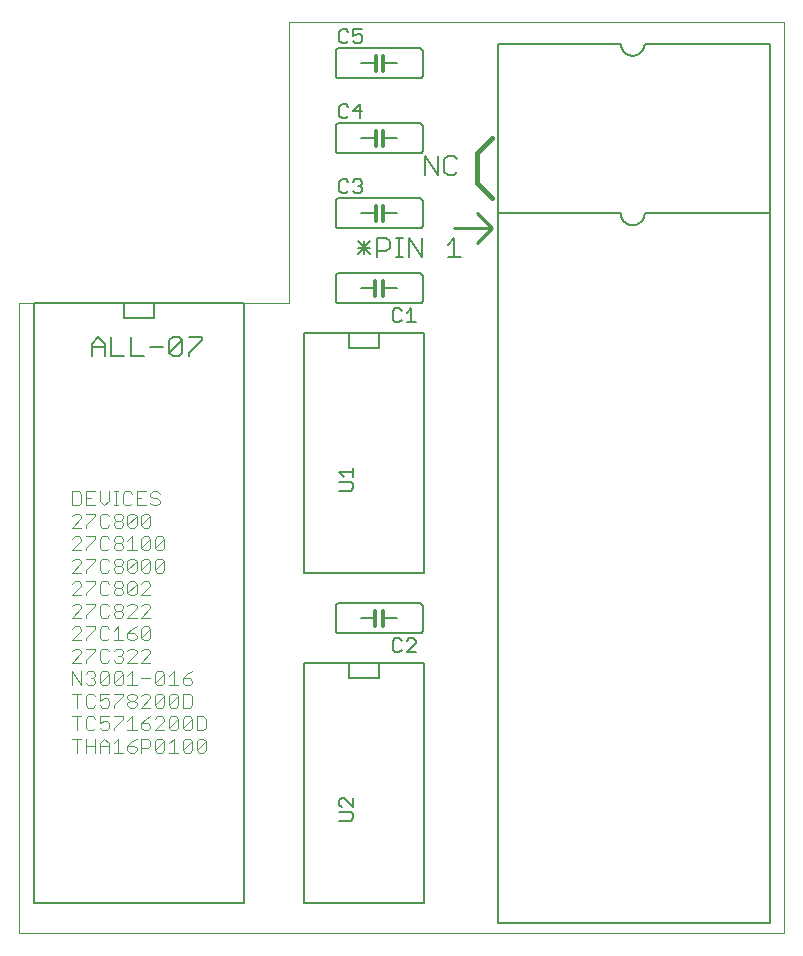
<source format=gto>
G75*
%MOIN*%
%OFA0B0*%
%FSLAX24Y24*%
%IPPOS*%
%LPD*%
%AMOC8*
5,1,8,0,0,1.08239X$1,22.5*
%
%ADD10C,0.0000*%
%ADD11C,0.0040*%
%ADD12C,0.0100*%
%ADD13C,0.0060*%
%ADD14C,0.0160*%
%ADD15C,0.0050*%
%ADD16C,0.0120*%
D10*
X000180Y000180D02*
X000180Y021180D01*
X009180Y021180D01*
X009180Y030550D01*
X025672Y030550D01*
X025672Y000180D01*
X000180Y000180D01*
D11*
X002103Y006200D02*
X002103Y006660D01*
X001950Y006660D02*
X002257Y006660D01*
X002410Y006660D02*
X002410Y006200D01*
X002410Y006430D02*
X002717Y006430D01*
X002871Y006430D02*
X003178Y006430D01*
X003178Y006507D02*
X003178Y006200D01*
X003331Y006200D02*
X003638Y006200D01*
X003485Y006200D02*
X003485Y006660D01*
X003331Y006507D01*
X003178Y006507D02*
X003024Y006660D01*
X002871Y006507D01*
X002871Y006200D01*
X002717Y006200D02*
X002717Y006660D01*
X002641Y006950D02*
X002487Y006950D01*
X002410Y007027D01*
X002410Y007334D01*
X002487Y007410D01*
X002641Y007410D01*
X002717Y007334D01*
X002871Y007410D02*
X002871Y007180D01*
X003024Y007257D01*
X003101Y007257D01*
X003178Y007180D01*
X003178Y007027D01*
X003101Y006950D01*
X002948Y006950D01*
X002871Y007027D01*
X002717Y007027D02*
X002641Y006950D01*
X002871Y007410D02*
X003178Y007410D01*
X003331Y007410D02*
X003638Y007410D01*
X003638Y007334D01*
X003331Y007027D01*
X003331Y006950D01*
X003792Y006950D02*
X004098Y006950D01*
X003945Y006950D02*
X003945Y007410D01*
X003792Y007257D01*
X003868Y007700D02*
X003792Y007777D01*
X003792Y007853D01*
X003868Y007930D01*
X004022Y007930D01*
X004098Y007853D01*
X004098Y007777D01*
X004022Y007700D01*
X003868Y007700D01*
X003868Y007930D02*
X003792Y008007D01*
X003792Y008084D01*
X003868Y008160D01*
X004022Y008160D01*
X004098Y008084D01*
X004098Y008007D01*
X004022Y007930D01*
X004252Y008084D02*
X004329Y008160D01*
X004482Y008160D01*
X004559Y008084D01*
X004559Y008007D01*
X004252Y007700D01*
X004559Y007700D01*
X004712Y007777D02*
X005019Y008084D01*
X005019Y007777D01*
X004943Y007700D01*
X004789Y007700D01*
X004712Y007777D01*
X004712Y008084D01*
X004789Y008160D01*
X004943Y008160D01*
X005019Y008084D01*
X005173Y008084D02*
X005173Y007777D01*
X005480Y008084D01*
X005480Y007777D01*
X005403Y007700D01*
X005249Y007700D01*
X005173Y007777D01*
X005173Y008084D02*
X005249Y008160D01*
X005403Y008160D01*
X005480Y008084D01*
X005633Y008160D02*
X005863Y008160D01*
X005940Y008084D01*
X005940Y007777D01*
X005863Y007700D01*
X005633Y007700D01*
X005633Y008160D01*
X005710Y008450D02*
X005633Y008527D01*
X005633Y008680D01*
X005863Y008680D01*
X005940Y008603D01*
X005940Y008527D01*
X005863Y008450D01*
X005710Y008450D01*
X005480Y008450D02*
X005173Y008450D01*
X005326Y008450D02*
X005326Y008910D01*
X005173Y008757D01*
X005019Y008834D02*
X005019Y008527D01*
X004943Y008450D01*
X004789Y008450D01*
X004712Y008527D01*
X005019Y008834D01*
X004943Y008910D01*
X004789Y008910D01*
X004712Y008834D01*
X004712Y008527D01*
X004559Y008680D02*
X004252Y008680D01*
X004098Y008450D02*
X003792Y008450D01*
X003945Y008450D02*
X003945Y008910D01*
X003792Y008757D01*
X003638Y008834D02*
X003331Y008527D01*
X003408Y008450D01*
X003561Y008450D01*
X003638Y008527D01*
X003638Y008834D01*
X003561Y008910D01*
X003408Y008910D01*
X003331Y008834D01*
X003331Y008527D01*
X003178Y008527D02*
X003101Y008450D01*
X002948Y008450D01*
X002871Y008527D01*
X003178Y008834D01*
X003178Y008527D01*
X003178Y008834D02*
X003101Y008910D01*
X002948Y008910D01*
X002871Y008834D01*
X002871Y008527D01*
X002717Y008527D02*
X002641Y008450D01*
X002487Y008450D01*
X002410Y008527D01*
X002257Y008450D02*
X002257Y008910D01*
X002410Y008834D02*
X002487Y008910D01*
X002641Y008910D01*
X002717Y008834D01*
X002717Y008757D01*
X002641Y008680D01*
X002717Y008603D01*
X002717Y008527D01*
X002641Y008680D02*
X002564Y008680D01*
X002257Y008450D02*
X001950Y008910D01*
X001950Y008450D01*
X001950Y008160D02*
X002257Y008160D01*
X002103Y008160D02*
X002103Y007700D01*
X002103Y007410D02*
X002103Y006950D01*
X001950Y007410D02*
X002257Y007410D01*
X002487Y007700D02*
X002410Y007777D01*
X002410Y008084D01*
X002487Y008160D01*
X002641Y008160D01*
X002717Y008084D01*
X002871Y008160D02*
X002871Y007930D01*
X003024Y008007D01*
X003101Y008007D01*
X003178Y007930D01*
X003178Y007777D01*
X003101Y007700D01*
X002948Y007700D01*
X002871Y007777D01*
X002717Y007777D02*
X002641Y007700D01*
X002487Y007700D01*
X002871Y008160D02*
X003178Y008160D01*
X003331Y008160D02*
X003638Y008160D01*
X003638Y008084D01*
X003331Y007777D01*
X003331Y007700D01*
X003945Y006584D02*
X003792Y006430D01*
X004022Y006430D01*
X004098Y006353D01*
X004098Y006277D01*
X004022Y006200D01*
X003868Y006200D01*
X003792Y006277D01*
X003792Y006430D01*
X003945Y006584D02*
X004098Y006660D01*
X004252Y006660D02*
X004252Y006200D01*
X004252Y006353D02*
X004482Y006353D01*
X004559Y006430D01*
X004559Y006584D01*
X004482Y006660D01*
X004252Y006660D01*
X004329Y006950D02*
X004482Y006950D01*
X004559Y007027D01*
X004559Y007103D01*
X004482Y007180D01*
X004252Y007180D01*
X004252Y007027D01*
X004329Y006950D01*
X004252Y007180D02*
X004405Y007334D01*
X004559Y007410D01*
X004712Y007334D02*
X004789Y007410D01*
X004943Y007410D01*
X005019Y007334D01*
X005019Y007257D01*
X004712Y006950D01*
X005019Y006950D01*
X005173Y007027D02*
X005173Y007334D01*
X005249Y007410D01*
X005403Y007410D01*
X005480Y007334D01*
X005173Y007027D01*
X005249Y006950D01*
X005403Y006950D01*
X005480Y007027D01*
X005480Y007334D01*
X005633Y007334D02*
X005710Y007410D01*
X005863Y007410D01*
X005940Y007334D01*
X005633Y007027D01*
X005710Y006950D01*
X005863Y006950D01*
X005940Y007027D01*
X005940Y007334D01*
X006094Y007410D02*
X006094Y006950D01*
X006324Y006950D01*
X006400Y007027D01*
X006400Y007334D01*
X006324Y007410D01*
X006094Y007410D01*
X005633Y007334D02*
X005633Y007027D01*
X005710Y006660D02*
X005633Y006584D01*
X005633Y006277D01*
X005940Y006584D01*
X005940Y006277D01*
X005863Y006200D01*
X005710Y006200D01*
X005633Y006277D01*
X005480Y006200D02*
X005173Y006200D01*
X005326Y006200D02*
X005326Y006660D01*
X005173Y006507D01*
X005019Y006584D02*
X005019Y006277D01*
X004943Y006200D01*
X004789Y006200D01*
X004712Y006277D01*
X005019Y006584D01*
X004943Y006660D01*
X004789Y006660D01*
X004712Y006584D01*
X004712Y006277D01*
X005710Y006660D02*
X005863Y006660D01*
X005940Y006584D01*
X006094Y006584D02*
X006094Y006277D01*
X006400Y006584D01*
X006400Y006277D01*
X006324Y006200D01*
X006170Y006200D01*
X006094Y006277D01*
X006094Y006584D02*
X006170Y006660D01*
X006324Y006660D01*
X006400Y006584D01*
X005633Y008680D02*
X005787Y008834D01*
X005940Y008910D01*
X004559Y009200D02*
X004252Y009200D01*
X004559Y009507D01*
X004559Y009584D01*
X004482Y009660D01*
X004329Y009660D01*
X004252Y009584D01*
X004098Y009584D02*
X004098Y009507D01*
X003792Y009200D01*
X004098Y009200D01*
X003638Y009277D02*
X003561Y009200D01*
X003408Y009200D01*
X003331Y009277D01*
X003178Y009277D02*
X003101Y009200D01*
X002948Y009200D01*
X002871Y009277D01*
X002871Y009584D01*
X002948Y009660D01*
X003101Y009660D01*
X003178Y009584D01*
X003331Y009584D02*
X003408Y009660D01*
X003561Y009660D01*
X003638Y009584D01*
X003638Y009507D01*
X003561Y009430D01*
X003638Y009353D01*
X003638Y009277D01*
X003561Y009430D02*
X003485Y009430D01*
X003792Y009584D02*
X003868Y009660D01*
X004022Y009660D01*
X004098Y009584D01*
X004022Y009950D02*
X003868Y009950D01*
X003792Y010027D01*
X003792Y010180D01*
X004022Y010180D01*
X004098Y010103D01*
X004098Y010027D01*
X004022Y009950D01*
X004252Y010027D02*
X004252Y010334D01*
X004329Y010410D01*
X004482Y010410D01*
X004559Y010334D01*
X004252Y010027D01*
X004329Y009950D01*
X004482Y009950D01*
X004559Y010027D01*
X004559Y010334D01*
X004559Y010700D02*
X004252Y010700D01*
X004559Y011007D01*
X004559Y011084D01*
X004482Y011160D01*
X004329Y011160D01*
X004252Y011084D01*
X004098Y011084D02*
X004022Y011160D01*
X003868Y011160D01*
X003792Y011084D01*
X003638Y011084D02*
X003638Y011007D01*
X003561Y010930D01*
X003408Y010930D01*
X003331Y011007D01*
X003331Y011084D01*
X003408Y011160D01*
X003561Y011160D01*
X003638Y011084D01*
X003561Y010930D02*
X003638Y010853D01*
X003638Y010777D01*
X003561Y010700D01*
X003408Y010700D01*
X003331Y010777D01*
X003331Y010853D01*
X003408Y010930D01*
X003178Y010777D02*
X003101Y010700D01*
X002948Y010700D01*
X002871Y010777D01*
X002871Y011084D01*
X002948Y011160D01*
X003101Y011160D01*
X003178Y011084D01*
X003101Y011450D02*
X003178Y011527D01*
X003101Y011450D02*
X002948Y011450D01*
X002871Y011527D01*
X002871Y011834D01*
X002948Y011910D01*
X003101Y011910D01*
X003178Y011834D01*
X003331Y011834D02*
X003331Y011757D01*
X003408Y011680D01*
X003561Y011680D01*
X003638Y011603D01*
X003638Y011527D01*
X003561Y011450D01*
X003408Y011450D01*
X003331Y011527D01*
X003331Y011603D01*
X003408Y011680D01*
X003561Y011680D02*
X003638Y011757D01*
X003638Y011834D01*
X003561Y011910D01*
X003408Y011910D01*
X003331Y011834D01*
X003408Y012200D02*
X003331Y012277D01*
X003331Y012353D01*
X003408Y012430D01*
X003561Y012430D01*
X003638Y012353D01*
X003638Y012277D01*
X003561Y012200D01*
X003408Y012200D01*
X003408Y012430D02*
X003331Y012507D01*
X003331Y012584D01*
X003408Y012660D01*
X003561Y012660D01*
X003638Y012584D01*
X003638Y012507D01*
X003561Y012430D01*
X003792Y012277D02*
X004098Y012584D01*
X004098Y012277D01*
X004022Y012200D01*
X003868Y012200D01*
X003792Y012277D01*
X003792Y012584D01*
X003868Y012660D01*
X004022Y012660D01*
X004098Y012584D01*
X004252Y012584D02*
X004252Y012277D01*
X004559Y012584D01*
X004559Y012277D01*
X004482Y012200D01*
X004329Y012200D01*
X004252Y012277D01*
X004252Y012584D02*
X004329Y012660D01*
X004482Y012660D01*
X004559Y012584D01*
X004712Y012584D02*
X004712Y012277D01*
X005019Y012584D01*
X005019Y012277D01*
X004943Y012200D01*
X004789Y012200D01*
X004712Y012277D01*
X004712Y012584D02*
X004789Y012660D01*
X004943Y012660D01*
X005019Y012584D01*
X004943Y012950D02*
X004789Y012950D01*
X004712Y013027D01*
X005019Y013334D01*
X005019Y013027D01*
X004943Y012950D01*
X004712Y013027D02*
X004712Y013334D01*
X004789Y013410D01*
X004943Y013410D01*
X005019Y013334D01*
X004559Y013334D02*
X004559Y013027D01*
X004482Y012950D01*
X004329Y012950D01*
X004252Y013027D01*
X004559Y013334D01*
X004482Y013410D01*
X004329Y013410D01*
X004252Y013334D01*
X004252Y013027D01*
X004098Y012950D02*
X003792Y012950D01*
X003945Y012950D02*
X003945Y013410D01*
X003792Y013257D01*
X003638Y013257D02*
X003561Y013180D01*
X003408Y013180D01*
X003331Y013257D01*
X003331Y013334D01*
X003408Y013410D01*
X003561Y013410D01*
X003638Y013334D01*
X003638Y013257D01*
X003561Y013180D02*
X003638Y013103D01*
X003638Y013027D01*
X003561Y012950D01*
X003408Y012950D01*
X003331Y013027D01*
X003331Y013103D01*
X003408Y013180D01*
X003178Y013027D02*
X003101Y012950D01*
X002948Y012950D01*
X002871Y013027D01*
X002871Y013334D01*
X002948Y013410D01*
X003101Y013410D01*
X003178Y013334D01*
X003101Y013700D02*
X003178Y013777D01*
X003101Y013700D02*
X002948Y013700D01*
X002871Y013777D01*
X002871Y014084D01*
X002948Y014160D01*
X003101Y014160D01*
X003178Y014084D01*
X003331Y014084D02*
X003331Y014007D01*
X003408Y013930D01*
X003561Y013930D01*
X003638Y013853D01*
X003638Y013777D01*
X003561Y013700D01*
X003408Y013700D01*
X003331Y013777D01*
X003331Y013853D01*
X003408Y013930D01*
X003561Y013930D02*
X003638Y014007D01*
X003638Y014084D01*
X003561Y014160D01*
X003408Y014160D01*
X003331Y014084D01*
X003331Y014450D02*
X003485Y014450D01*
X003408Y014450D02*
X003408Y014910D01*
X003331Y014910D02*
X003485Y014910D01*
X003638Y014834D02*
X003638Y014527D01*
X003715Y014450D01*
X003868Y014450D01*
X003945Y014527D01*
X004098Y014450D02*
X004405Y014450D01*
X004559Y014527D02*
X004636Y014450D01*
X004789Y014450D01*
X004866Y014527D01*
X004866Y014603D01*
X004789Y014680D01*
X004636Y014680D01*
X004559Y014757D01*
X004559Y014834D01*
X004636Y014910D01*
X004789Y014910D01*
X004866Y014834D01*
X004405Y014910D02*
X004098Y014910D01*
X004098Y014450D01*
X004098Y014680D02*
X004252Y014680D01*
X003945Y014834D02*
X003868Y014910D01*
X003715Y014910D01*
X003638Y014834D01*
X003178Y014910D02*
X003178Y014603D01*
X003024Y014450D01*
X002871Y014603D01*
X002871Y014910D01*
X002717Y014910D02*
X002410Y014910D01*
X002410Y014450D01*
X002717Y014450D01*
X002564Y014680D02*
X002410Y014680D01*
X002257Y014527D02*
X002180Y014450D01*
X001950Y014450D01*
X001950Y014910D01*
X002180Y014910D01*
X002257Y014834D01*
X002257Y014527D01*
X002180Y014160D02*
X002027Y014160D01*
X001950Y014084D01*
X002180Y014160D02*
X002257Y014084D01*
X002257Y014007D01*
X001950Y013700D01*
X002257Y013700D01*
X002410Y013700D02*
X002410Y013777D01*
X002717Y014084D01*
X002717Y014160D01*
X002410Y014160D01*
X002410Y013410D02*
X002717Y013410D01*
X002717Y013334D01*
X002410Y013027D01*
X002410Y012950D01*
X002257Y012950D02*
X001950Y012950D01*
X002257Y013257D01*
X002257Y013334D01*
X002180Y013410D01*
X002027Y013410D01*
X001950Y013334D01*
X002027Y012660D02*
X001950Y012584D01*
X002027Y012660D02*
X002180Y012660D01*
X002257Y012584D01*
X002257Y012507D01*
X001950Y012200D01*
X002257Y012200D01*
X002410Y012200D02*
X002410Y012277D01*
X002717Y012584D01*
X002717Y012660D01*
X002410Y012660D01*
X002871Y012584D02*
X002871Y012277D01*
X002948Y012200D01*
X003101Y012200D01*
X003178Y012277D01*
X003178Y012584D02*
X003101Y012660D01*
X002948Y012660D01*
X002871Y012584D01*
X002717Y011910D02*
X002410Y011910D01*
X002257Y011834D02*
X002180Y011910D01*
X002027Y011910D01*
X001950Y011834D01*
X002257Y011834D02*
X002257Y011757D01*
X001950Y011450D01*
X002257Y011450D01*
X002410Y011450D02*
X002410Y011527D01*
X002717Y011834D01*
X002717Y011910D01*
X002717Y011160D02*
X002410Y011160D01*
X002257Y011084D02*
X002180Y011160D01*
X002027Y011160D01*
X001950Y011084D01*
X002257Y011084D02*
X002257Y011007D01*
X001950Y010700D01*
X002257Y010700D01*
X002410Y010700D02*
X002410Y010777D01*
X002717Y011084D01*
X002717Y011160D01*
X002717Y010410D02*
X002410Y010410D01*
X002257Y010334D02*
X002180Y010410D01*
X002027Y010410D01*
X001950Y010334D01*
X002257Y010334D02*
X002257Y010257D01*
X001950Y009950D01*
X002257Y009950D01*
X002410Y009950D02*
X002410Y010027D01*
X002717Y010334D01*
X002717Y010410D01*
X002871Y010334D02*
X002871Y010027D01*
X002948Y009950D01*
X003101Y009950D01*
X003178Y010027D01*
X003331Y009950D02*
X003638Y009950D01*
X003485Y009950D02*
X003485Y010410D01*
X003331Y010257D01*
X003178Y010334D02*
X003101Y010410D01*
X002948Y010410D01*
X002871Y010334D01*
X002717Y009660D02*
X002410Y009660D01*
X002257Y009584D02*
X002257Y009507D01*
X001950Y009200D01*
X002257Y009200D01*
X002410Y009200D02*
X002410Y009277D01*
X002717Y009584D01*
X002717Y009660D01*
X002257Y009584D02*
X002180Y009660D01*
X002027Y009660D01*
X001950Y009584D01*
X003792Y010180D02*
X003945Y010334D01*
X004098Y010410D01*
X004098Y010700D02*
X003792Y010700D01*
X004098Y011007D01*
X004098Y011084D01*
X004022Y011450D02*
X003868Y011450D01*
X003792Y011527D01*
X004098Y011834D01*
X004098Y011527D01*
X004022Y011450D01*
X004252Y011450D02*
X004559Y011757D01*
X004559Y011834D01*
X004482Y011910D01*
X004329Y011910D01*
X004252Y011834D01*
X004098Y011834D02*
X004022Y011910D01*
X003868Y011910D01*
X003792Y011834D01*
X003792Y011527D01*
X004252Y011450D02*
X004559Y011450D01*
X004482Y013700D02*
X004329Y013700D01*
X004252Y013777D01*
X004559Y014084D01*
X004559Y013777D01*
X004482Y013700D01*
X004252Y013777D02*
X004252Y014084D01*
X004329Y014160D01*
X004482Y014160D01*
X004559Y014084D01*
X004098Y014084D02*
X004098Y013777D01*
X004022Y013700D01*
X003868Y013700D01*
X003792Y013777D01*
X004098Y014084D01*
X004022Y014160D01*
X003868Y014160D01*
X003792Y014084D01*
X003792Y013777D01*
D12*
X014680Y023680D02*
X015930Y023680D01*
X015430Y023180D01*
X015930Y023680D02*
X015430Y024180D01*
D13*
X016152Y024180D02*
X020230Y024180D01*
X020232Y024141D01*
X020238Y024102D01*
X020247Y024064D01*
X020260Y024027D01*
X020277Y023991D01*
X020297Y023958D01*
X020321Y023926D01*
X020347Y023897D01*
X020376Y023871D01*
X020408Y023847D01*
X020441Y023827D01*
X020477Y023810D01*
X020514Y023797D01*
X020552Y023788D01*
X020591Y023782D01*
X020630Y023780D01*
X020669Y023782D01*
X020708Y023788D01*
X020746Y023797D01*
X020783Y023810D01*
X020819Y023827D01*
X020852Y023847D01*
X020884Y023871D01*
X020913Y023897D01*
X020939Y023926D01*
X020963Y023958D01*
X020983Y023991D01*
X021000Y024027D01*
X021013Y024064D01*
X021022Y024102D01*
X021028Y024141D01*
X021030Y024180D01*
X025208Y024180D01*
X025208Y029830D01*
X021030Y029830D01*
X021028Y029791D01*
X021022Y029752D01*
X021013Y029714D01*
X021000Y029677D01*
X020983Y029641D01*
X020963Y029608D01*
X020939Y029576D01*
X020913Y029547D01*
X020884Y029521D01*
X020852Y029497D01*
X020819Y029477D01*
X020783Y029460D01*
X020746Y029447D01*
X020708Y029438D01*
X020669Y029432D01*
X020630Y029430D01*
X020591Y029432D01*
X020552Y029438D01*
X020514Y029447D01*
X020477Y029460D01*
X020441Y029477D01*
X020408Y029497D01*
X020376Y029521D01*
X020347Y029547D01*
X020321Y029576D01*
X020297Y029608D01*
X020277Y029641D01*
X020260Y029677D01*
X020247Y029714D01*
X020238Y029752D01*
X020232Y029791D01*
X020230Y029830D01*
X016152Y029830D01*
X016152Y024180D01*
X016152Y000530D01*
X025208Y000530D01*
X025208Y024180D01*
X014895Y022710D02*
X014468Y022710D01*
X014681Y022710D02*
X014681Y023351D01*
X014468Y023137D01*
X013606Y023351D02*
X013606Y022710D01*
X013179Y023351D01*
X013179Y022710D01*
X012963Y022710D02*
X012749Y022710D01*
X012856Y022710D02*
X012856Y023351D01*
X012749Y023351D02*
X012963Y023351D01*
X012532Y023244D02*
X012532Y023030D01*
X012425Y022924D01*
X012105Y022924D01*
X012105Y022710D02*
X012105Y023351D01*
X012425Y023351D01*
X012532Y023244D01*
X011887Y023244D02*
X011460Y022817D01*
X011460Y023030D02*
X011887Y023030D01*
X011887Y022817D02*
X011460Y023244D01*
X011674Y023244D02*
X011674Y022817D01*
X011580Y021680D02*
X012050Y021680D01*
X012300Y021680D02*
X012780Y021680D01*
X013530Y021180D02*
X013547Y021182D01*
X013564Y021186D01*
X013580Y021193D01*
X013594Y021203D01*
X013607Y021216D01*
X013617Y021230D01*
X013624Y021246D01*
X013628Y021263D01*
X013630Y021280D01*
X013630Y022080D01*
X013628Y022097D01*
X013624Y022114D01*
X013617Y022130D01*
X013607Y022144D01*
X013594Y022157D01*
X013580Y022167D01*
X013564Y022174D01*
X013547Y022178D01*
X013530Y022180D01*
X010830Y022180D01*
X010813Y022178D01*
X010796Y022174D01*
X010780Y022167D01*
X010766Y022157D01*
X010753Y022144D01*
X010743Y022130D01*
X010736Y022114D01*
X010732Y022097D01*
X010730Y022080D01*
X010730Y021280D01*
X010732Y021263D01*
X010736Y021246D01*
X010743Y021230D01*
X010753Y021216D01*
X010766Y021203D01*
X010780Y021193D01*
X010796Y021186D01*
X010813Y021182D01*
X010830Y021180D01*
X013530Y021180D01*
X013530Y023680D02*
X010830Y023680D01*
X010813Y023682D01*
X010796Y023686D01*
X010780Y023693D01*
X010766Y023703D01*
X010753Y023716D01*
X010743Y023730D01*
X010736Y023746D01*
X010732Y023763D01*
X010730Y023780D01*
X010730Y024580D01*
X010732Y024597D01*
X010736Y024614D01*
X010743Y024630D01*
X010753Y024644D01*
X010766Y024657D01*
X010780Y024667D01*
X010796Y024674D01*
X010813Y024678D01*
X010830Y024680D01*
X013530Y024680D01*
X013547Y024678D01*
X013564Y024674D01*
X013580Y024667D01*
X013594Y024657D01*
X013607Y024644D01*
X013617Y024630D01*
X013624Y024614D01*
X013628Y024597D01*
X013630Y024580D01*
X013630Y023780D01*
X013628Y023763D01*
X013624Y023746D01*
X013617Y023730D01*
X013607Y023716D01*
X013594Y023703D01*
X013580Y023693D01*
X013564Y023686D01*
X013547Y023682D01*
X013530Y023680D01*
X012780Y024180D02*
X012310Y024180D01*
X012060Y024180D02*
X011580Y024180D01*
X010830Y026180D02*
X013530Y026180D01*
X013547Y026182D01*
X013564Y026186D01*
X013580Y026193D01*
X013594Y026203D01*
X013607Y026216D01*
X013617Y026230D01*
X013624Y026246D01*
X013628Y026263D01*
X013630Y026280D01*
X013630Y027080D01*
X013628Y027097D01*
X013624Y027114D01*
X013617Y027130D01*
X013607Y027144D01*
X013594Y027157D01*
X013580Y027167D01*
X013564Y027174D01*
X013547Y027178D01*
X013530Y027180D01*
X010830Y027180D01*
X010813Y027178D01*
X010796Y027174D01*
X010780Y027167D01*
X010766Y027157D01*
X010753Y027144D01*
X010743Y027130D01*
X010736Y027114D01*
X010732Y027097D01*
X010730Y027080D01*
X010730Y026280D01*
X010732Y026263D01*
X010736Y026246D01*
X010743Y026230D01*
X010753Y026216D01*
X010766Y026203D01*
X010780Y026193D01*
X010796Y026186D01*
X010813Y026182D01*
X010830Y026180D01*
X011580Y026680D02*
X012060Y026680D01*
X012310Y026680D02*
X012780Y026680D01*
X013710Y026101D02*
X013710Y025460D01*
X014137Y025460D02*
X014137Y026101D01*
X014355Y025994D02*
X014355Y025567D01*
X014461Y025460D01*
X014675Y025460D01*
X014782Y025567D01*
X014782Y025994D02*
X014675Y026101D01*
X014461Y026101D01*
X014355Y025994D01*
X014137Y025460D02*
X013710Y026101D01*
X013530Y028680D02*
X010830Y028680D01*
X010813Y028682D01*
X010796Y028686D01*
X010780Y028693D01*
X010766Y028703D01*
X010753Y028716D01*
X010743Y028730D01*
X010736Y028746D01*
X010732Y028763D01*
X010730Y028780D01*
X010730Y029580D01*
X010732Y029597D01*
X010736Y029614D01*
X010743Y029630D01*
X010753Y029644D01*
X010766Y029657D01*
X010780Y029667D01*
X010796Y029674D01*
X010813Y029678D01*
X010830Y029680D01*
X013530Y029680D01*
X013547Y029678D01*
X013564Y029674D01*
X013580Y029667D01*
X013594Y029657D01*
X013607Y029644D01*
X013617Y029630D01*
X013624Y029614D01*
X013628Y029597D01*
X013630Y029580D01*
X013630Y028780D01*
X013628Y028763D01*
X013624Y028746D01*
X013617Y028730D01*
X013607Y028716D01*
X013594Y028703D01*
X013580Y028693D01*
X013564Y028686D01*
X013547Y028682D01*
X013530Y028680D01*
X012780Y029180D02*
X012310Y029180D01*
X012060Y029180D02*
X011580Y029180D01*
X006260Y020051D02*
X005833Y020051D01*
X005615Y019944D02*
X005615Y019517D01*
X005508Y019410D01*
X005295Y019410D01*
X005188Y019517D01*
X005615Y019944D01*
X005508Y020051D01*
X005295Y020051D01*
X005188Y019944D01*
X005188Y019517D01*
X004971Y019730D02*
X004544Y019730D01*
X004326Y019410D02*
X003899Y019410D01*
X003899Y020051D01*
X003682Y019410D02*
X003255Y019410D01*
X003255Y020051D01*
X003037Y019837D02*
X003037Y019410D01*
X003037Y019730D02*
X002610Y019730D01*
X002610Y019837D02*
X002610Y019410D01*
X002610Y019837D02*
X002824Y020051D01*
X003037Y019837D01*
X005833Y019517D02*
X005833Y019410D01*
X005833Y019517D02*
X006260Y019944D01*
X006260Y020051D01*
X010830Y011180D02*
X013530Y011180D01*
X013547Y011178D01*
X013564Y011174D01*
X013580Y011167D01*
X013594Y011157D01*
X013607Y011144D01*
X013617Y011130D01*
X013624Y011114D01*
X013628Y011097D01*
X013630Y011080D01*
X013630Y010280D01*
X013628Y010263D01*
X013624Y010246D01*
X013617Y010230D01*
X013607Y010216D01*
X013594Y010203D01*
X013580Y010193D01*
X013564Y010186D01*
X013547Y010182D01*
X013530Y010180D01*
X010830Y010180D01*
X010813Y010182D01*
X010796Y010186D01*
X010780Y010193D01*
X010766Y010203D01*
X010753Y010216D01*
X010743Y010230D01*
X010736Y010246D01*
X010732Y010263D01*
X010730Y010280D01*
X010730Y011080D01*
X010732Y011097D01*
X010736Y011114D01*
X010743Y011130D01*
X010753Y011144D01*
X010766Y011157D01*
X010780Y011167D01*
X010796Y011174D01*
X010813Y011178D01*
X010830Y011180D01*
X011580Y010680D02*
X012050Y010680D01*
X012300Y010680D02*
X012780Y010680D01*
D14*
X015930Y024680D02*
X015430Y025180D01*
X015430Y026180D01*
X015930Y026680D01*
D15*
X011616Y027580D02*
X011315Y027580D01*
X011541Y027805D01*
X011541Y027355D01*
X011155Y027430D02*
X011080Y027355D01*
X010930Y027355D01*
X010855Y027430D01*
X010855Y027730D01*
X010930Y027805D01*
X011080Y027805D01*
X011155Y027730D01*
X011080Y029855D02*
X011155Y029930D01*
X011080Y029855D02*
X010930Y029855D01*
X010855Y029930D01*
X010855Y030230D01*
X010930Y030305D01*
X011080Y030305D01*
X011155Y030230D01*
X011315Y030305D02*
X011315Y030080D01*
X011466Y030155D01*
X011541Y030155D01*
X011616Y030080D01*
X011616Y029930D01*
X011541Y029855D01*
X011390Y029855D01*
X011315Y029930D01*
X011315Y030305D02*
X011616Y030305D01*
X011541Y025305D02*
X011616Y025230D01*
X011616Y025155D01*
X011541Y025080D01*
X011616Y025005D01*
X011616Y024930D01*
X011541Y024855D01*
X011390Y024855D01*
X011315Y024930D01*
X011155Y024930D02*
X011080Y024855D01*
X010930Y024855D01*
X010855Y024930D01*
X010855Y025230D01*
X010930Y025305D01*
X011080Y025305D01*
X011155Y025230D01*
X011315Y025230D02*
X011390Y025305D01*
X011541Y025305D01*
X011541Y025080D02*
X011466Y025080D01*
X012709Y021005D02*
X012634Y020930D01*
X012634Y020630D01*
X012709Y020555D01*
X012859Y020555D01*
X012934Y020630D01*
X013095Y020555D02*
X013395Y020555D01*
X013245Y020555D02*
X013245Y021005D01*
X013095Y020855D01*
X012934Y020930D02*
X012859Y021005D01*
X012709Y021005D01*
X012180Y020180D02*
X012180Y019680D01*
X011180Y019680D01*
X011180Y020180D01*
X009680Y020180D01*
X009680Y012180D01*
X013680Y012180D01*
X013680Y020180D01*
X012180Y020180D01*
X011180Y020180D01*
X007680Y021180D02*
X004680Y021180D01*
X004680Y020680D01*
X003680Y020680D01*
X003680Y021180D01*
X000680Y021180D01*
X000680Y001180D01*
X007680Y001180D01*
X007680Y021180D01*
X004680Y021180D02*
X003680Y021180D01*
X010855Y015545D02*
X011305Y015545D01*
X011305Y015395D02*
X011305Y015695D01*
X011005Y015395D02*
X010855Y015545D01*
X010855Y015234D02*
X011230Y015234D01*
X011305Y015159D01*
X011305Y015009D01*
X011230Y014934D01*
X010855Y014934D01*
X012709Y010005D02*
X012634Y009930D01*
X012634Y009630D01*
X012709Y009555D01*
X012859Y009555D01*
X012934Y009630D01*
X013095Y009555D02*
X013395Y009855D01*
X013395Y009930D01*
X013320Y010005D01*
X013170Y010005D01*
X013095Y009930D01*
X012934Y009930D02*
X012859Y010005D01*
X012709Y010005D01*
X013095Y009555D02*
X013395Y009555D01*
X013680Y009180D02*
X013680Y001180D01*
X009680Y001180D01*
X009680Y009180D01*
X011180Y009180D01*
X011180Y008680D01*
X012180Y008680D01*
X012180Y009180D01*
X011180Y009180D01*
X012180Y009180D02*
X013680Y009180D01*
X011305Y004695D02*
X011305Y004395D01*
X011005Y004695D01*
X010930Y004695D01*
X010855Y004620D01*
X010855Y004470D01*
X010930Y004395D01*
X010855Y004234D02*
X011230Y004234D01*
X011305Y004159D01*
X011305Y004009D01*
X011230Y003934D01*
X010855Y003934D01*
D16*
X012050Y010430D02*
X012050Y010680D01*
X012050Y010930D01*
X012300Y010930D02*
X012300Y010680D01*
X012300Y010430D01*
X012300Y021430D02*
X012300Y021680D01*
X012300Y021930D01*
X012050Y021930D02*
X012050Y021680D01*
X012050Y021430D01*
X012060Y023930D02*
X012060Y024180D01*
X012060Y024430D01*
X012310Y024430D02*
X012310Y024180D01*
X012310Y023930D01*
X012310Y026430D02*
X012310Y026680D01*
X012310Y026930D01*
X012060Y026930D02*
X012060Y026680D01*
X012060Y026430D01*
X012060Y028930D02*
X012060Y029180D01*
X012060Y029430D01*
X012310Y029430D02*
X012310Y029180D01*
X012310Y028930D01*
M02*

</source>
